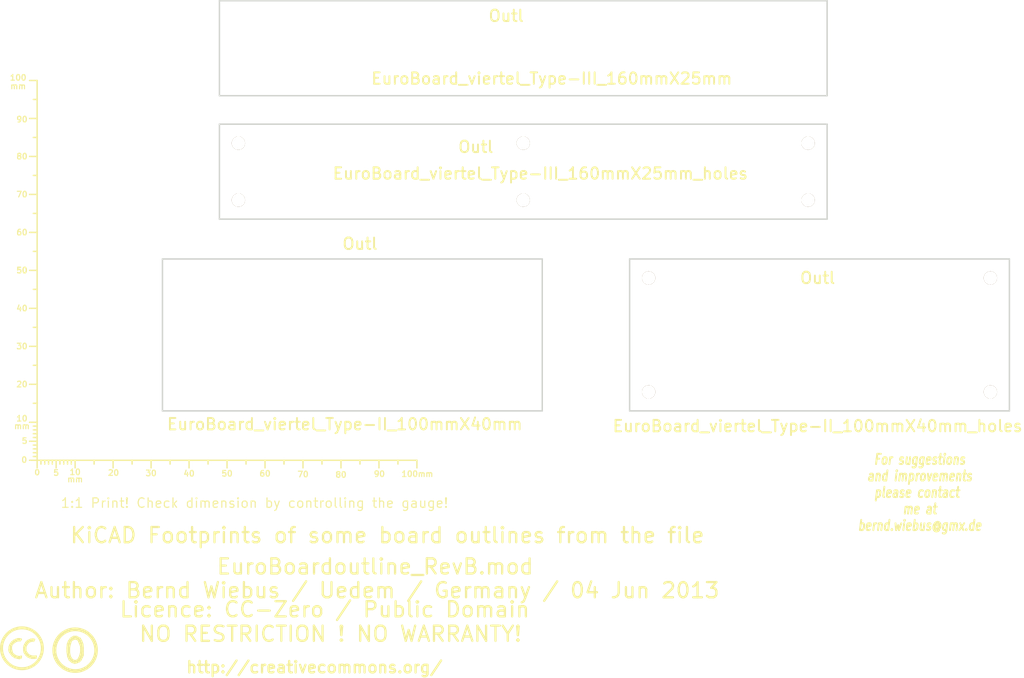
<source format=kicad_pcb>
(kicad_pcb (version 3) (host pcbnew "(2013-03-30 BZR 4007)-stable")

  (general
    (links 0)
    (no_connects 0)
    (area -16.90696 16.554279 307.55739 197.1694)
    (thickness 1.6002)
    (drawings 7)
    (tracks 0)
    (zones 0)
    (modules 7)
    (nets 1)
  )

  (page A4)
  (layers
    (15 Vorderseite signal)
    (0 Rückseite signal)
    (16 B.Adhes user)
    (17 F.Adhes user)
    (18 B.Paste user)
    (19 F.Paste user)
    (20 B.SilkS user)
    (21 F.SilkS user)
    (22 B.Mask user)
    (23 F.Mask user)
    (24 Dwgs.User user)
    (25 Cmts.User user)
    (26 Eco1.User user)
    (27 Eco2.User user)
    (28 Edge.Cuts user)
  )

  (setup
    (last_trace_width 0.2032)
    (trace_clearance 0.254)
    (zone_clearance 0.508)
    (zone_45_only no)
    (trace_min 0.2032)
    (segment_width 0.381)
    (edge_width 0.381)
    (via_size 0.889)
    (via_drill 0.635)
    (via_min_size 0.889)
    (via_min_drill 0.508)
    (uvia_size 0.508)
    (uvia_drill 0.127)
    (uvias_allowed no)
    (uvia_min_size 0.508)
    (uvia_min_drill 0.127)
    (pcb_text_width 0.3048)
    (pcb_text_size 1.524 2.032)
    (mod_edge_width 0.381)
    (mod_text_size 1.524 1.524)
    (mod_text_width 0.3048)
    (pad_size 1.524 1.524)
    (pad_drill 0.8128)
    (pad_to_mask_clearance 0.254)
    (aux_axis_origin 0 0)
    (visible_elements 7FFFFFFF)
    (pcbplotparams
      (layerselection 3178497)
      (usegerberextensions true)
      (excludeedgelayer true)
      (linewidth 60)
      (plotframeref false)
      (viasonmask false)
      (mode 1)
      (useauxorigin false)
      (hpglpennumber 1)
      (hpglpenspeed 20)
      (hpglpendiameter 15)
      (hpglpenoverlay 0)
      (psnegative false)
      (psa4output false)
      (plotreference true)
      (plotvalue true)
      (plotothertext true)
      (plotinvisibletext false)
      (padsonsilk false)
      (subtractmaskfromsilk false)
      (outputformat 1)
      (mirror false)
      (drillshape 1)
      (scaleselection 1)
      (outputdirectory ""))
  )

  (net 0 "")

  (net_class Default "Dies ist die voreingestellte Netzklasse."
    (clearance 0.254)
    (trace_width 0.2032)
    (via_dia 0.889)
    (via_drill 0.635)
    (uvia_dia 0.508)
    (uvia_drill 0.127)
    (add_net "")
  )

  (module Gauge_100mm_Type2_SilkScreenTop_RevA_Date22Jun2010 (layer Vorderseite) (tedit 4D963937) (tstamp 4D88F07A)
    (at 25 138)
    (descr "Gauge, Massstab, 100mm, SilkScreenTop, Type 2,")
    (tags "Gauge, Massstab, 100mm, SilkScreenTop, Type 2,")
    (path Gauge_100mm_Type2_SilkScreenTop_RevA_Date22Jun2010)
    (fp_text reference MSC (at 4.0005 8.99922) (layer F.SilkS) hide
      (effects (font (size 1.524 1.524) (thickness 0.3048)))
    )
    (fp_text value Gauge_100mm_Type2_SilkScreenTop_RevA_Date22Jun2010 (at 45.9994 8.99922) (layer F.SilkS) hide
      (effects (font (size 1.524 1.524) (thickness 0.3048)))
    )
    (fp_text user mm (at 9.99998 5.00126) (layer F.SilkS)
      (effects (font (size 1.524 1.524) (thickness 0.3048)))
    )
    (fp_text user mm (at -4.0005 -8.99922) (layer F.SilkS)
      (effects (font (size 1.524 1.524) (thickness 0.3048)))
    )
    (fp_text user mm (at -5.00126 -98.5012) (layer F.SilkS)
      (effects (font (size 1.524 1.524) (thickness 0.3048)))
    )
    (fp_text user 10 (at 10.00506 3.0988) (layer F.SilkS)
      (effects (font (size 1.50114 1.50114) (thickness 0.29972)))
    )
    (fp_text user 0 (at 0.00508 3.19786) (layer F.SilkS)
      (effects (font (size 1.39954 1.50114) (thickness 0.29972)))
    )
    (fp_text user 5 (at 5.0038 3.29946) (layer F.SilkS)
      (effects (font (size 1.50114 1.50114) (thickness 0.29972)))
    )
    (fp_text user 20 (at 20.1041 3.29946) (layer F.SilkS)
      (effects (font (size 1.50114 1.50114) (thickness 0.29972)))
    )
    (fp_text user 30 (at 30.00502 3.39852) (layer F.SilkS)
      (effects (font (size 1.50114 1.50114) (thickness 0.29972)))
    )
    (fp_text user 40 (at 40.005 3.50012) (layer F.SilkS)
      (effects (font (size 1.50114 1.50114) (thickness 0.29972)))
    )
    (fp_text user 50 (at 50.00498 3.50012) (layer F.SilkS)
      (effects (font (size 1.50114 1.50114) (thickness 0.29972)))
    )
    (fp_text user 60 (at 60.00496 3.50012) (layer F.SilkS)
      (effects (font (size 1.50114 1.50114) (thickness 0.29972)))
    )
    (fp_text user 70 (at 70.00494 3.70078) (layer F.SilkS)
      (effects (font (size 1.50114 1.50114) (thickness 0.29972)))
    )
    (fp_text user 80 (at 80.00492 3.79984) (layer F.SilkS)
      (effects (font (size 1.50114 1.50114) (thickness 0.29972)))
    )
    (fp_text user 90 (at 90.1065 3.60172) (layer F.SilkS)
      (effects (font (size 1.50114 1.50114) (thickness 0.29972)))
    )
    (fp_text user 100mm (at 100.10648 3.60172) (layer F.SilkS)
      (effects (font (size 1.50114 1.50114) (thickness 0.29972)))
    )
    (fp_line (start 0 -8.99922) (end -1.00076 -8.99922) (layer F.SilkS) (width 0.381))
    (fp_line (start 0 -8.001) (end -1.00076 -8.001) (layer F.SilkS) (width 0.381))
    (fp_line (start 0 -7.00024) (end -1.00076 -7.00024) (layer F.SilkS) (width 0.381))
    (fp_line (start 0 -5.99948) (end -1.00076 -5.99948) (layer F.SilkS) (width 0.381))
    (fp_line (start 0 -4.0005) (end -1.00076 -4.0005) (layer F.SilkS) (width 0.381))
    (fp_line (start 0 -2.99974) (end -1.00076 -2.99974) (layer F.SilkS) (width 0.381))
    (fp_line (start 0 -1.99898) (end -1.00076 -1.99898) (layer F.SilkS) (width 0.381))
    (fp_line (start 0 -1.00076) (end -1.00076 -1.00076) (layer F.SilkS) (width 0.381))
    (fp_line (start 0 0) (end -1.99898 0) (layer F.SilkS) (width 0.381))
    (fp_line (start 0 -5.00126) (end -1.99898 -5.00126) (layer F.SilkS) (width 0.381))
    (fp_line (start 0 -9.99998) (end -1.99898 -9.99998) (layer F.SilkS) (width 0.381))
    (fp_line (start 0 -15.00124) (end -1.00076 -15.00124) (layer F.SilkS) (width 0.381))
    (fp_line (start 0 -19.99996) (end -1.99898 -19.99996) (layer F.SilkS) (width 0.381))
    (fp_line (start 0 -25.00122) (end -1.00076 -25.00122) (layer F.SilkS) (width 0.381))
    (fp_line (start 0 -29.99994) (end -1.99898 -29.99994) (layer F.SilkS) (width 0.381))
    (fp_line (start 0 -35.0012) (end -1.00076 -35.0012) (layer F.SilkS) (width 0.381))
    (fp_line (start 0 -39.99992) (end -1.99898 -39.99992) (layer F.SilkS) (width 0.381))
    (fp_line (start 0 -45.00118) (end -1.00076 -45.00118) (layer F.SilkS) (width 0.381))
    (fp_line (start 0 -49.9999) (end -1.99898 -49.9999) (layer F.SilkS) (width 0.381))
    (fp_line (start 0 -55.00116) (end -1.00076 -55.00116) (layer F.SilkS) (width 0.381))
    (fp_line (start 0 -59.99988) (end -1.99898 -59.99988) (layer F.SilkS) (width 0.381))
    (fp_line (start 0 -65.00114) (end -1.00076 -65.00114) (layer F.SilkS) (width 0.381))
    (fp_line (start 0 -69.99986) (end -1.99898 -69.99986) (layer F.SilkS) (width 0.381))
    (fp_line (start 0 -75.00112) (end -1.00076 -75.00112) (layer F.SilkS) (width 0.381))
    (fp_line (start 0 -79.99984) (end -1.99898 -79.99984) (layer F.SilkS) (width 0.381))
    (fp_line (start 0 -85.0011) (end -1.00076 -85.0011) (layer F.SilkS) (width 0.381))
    (fp_line (start 0 -89.99982) (end -1.99898 -89.99982) (layer F.SilkS) (width 0.381))
    (fp_line (start 0 -95.00108) (end -1.00076 -95.00108) (layer F.SilkS) (width 0.381))
    (fp_line (start 0 0) (end 0 -99.9998) (layer F.SilkS) (width 0.381))
    (fp_line (start 0 -99.9998) (end -1.99898 -99.9998) (layer F.SilkS) (width 0.381))
    (fp_text user 100 (at -4.99872 -100.7491) (layer F.SilkS)
      (effects (font (size 1.50114 1.50114) (thickness 0.29972)))
    )
    (fp_text user 90 (at -4.0005 -89.7509) (layer F.SilkS)
      (effects (font (size 1.50114 1.50114) (thickness 0.29972)))
    )
    (fp_text user 80 (at -4.0005 -79.99984) (layer F.SilkS)
      (effects (font (size 1.50114 1.50114) (thickness 0.29972)))
    )
    (fp_text user 70 (at -4.0005 -69.99986) (layer F.SilkS)
      (effects (font (size 1.50114 1.50114) (thickness 0.29972)))
    )
    (fp_text user 60 (at -4.0005 -59.99988) (layer F.SilkS)
      (effects (font (size 1.50114 1.50114) (thickness 0.29972)))
    )
    (fp_text user 50 (at -4.0005 -49.9999) (layer F.SilkS)
      (effects (font (size 1.50114 1.50114) (thickness 0.34036)))
    )
    (fp_text user 40 (at -4.0005 -39.99992) (layer F.SilkS)
      (effects (font (size 1.50114 1.50114) (thickness 0.29972)))
    )
    (fp_text user 30 (at -4.0005 -29.99994) (layer F.SilkS)
      (effects (font (size 1.50114 1.50114) (thickness 0.29972)))
    )
    (fp_text user 20 (at -4.0005 -19.99996) (layer F.SilkS)
      (effects (font (size 1.50114 1.50114) (thickness 0.29972)))
    )
    (fp_line (start 95.00108 0) (end 95.00108 1.00076) (layer F.SilkS) (width 0.381))
    (fp_line (start 89.99982 0) (end 89.99982 1.99898) (layer F.SilkS) (width 0.381))
    (fp_line (start 85.0011 0) (end 85.0011 1.00076) (layer F.SilkS) (width 0.381))
    (fp_line (start 79.99984 0) (end 79.99984 1.99898) (layer F.SilkS) (width 0.381))
    (fp_line (start 75.00112 0) (end 75.00112 1.00076) (layer F.SilkS) (width 0.381))
    (fp_line (start 69.99986 0) (end 69.99986 1.99898) (layer F.SilkS) (width 0.381))
    (fp_line (start 65.00114 0) (end 65.00114 1.00076) (layer F.SilkS) (width 0.381))
    (fp_line (start 59.99988 0) (end 59.99988 1.99898) (layer F.SilkS) (width 0.381))
    (fp_line (start 55.00116 0) (end 55.00116 1.00076) (layer F.SilkS) (width 0.381))
    (fp_line (start 49.9999 0) (end 49.9999 1.99898) (layer F.SilkS) (width 0.381))
    (fp_line (start 45.00118 0) (end 45.00118 1.00076) (layer F.SilkS) (width 0.381))
    (fp_line (start 39.99992 0) (end 39.99992 1.99898) (layer F.SilkS) (width 0.381))
    (fp_line (start 35.0012 0) (end 35.0012 1.00076) (layer F.SilkS) (width 0.381))
    (fp_line (start 29.99994 0) (end 29.99994 1.99898) (layer F.SilkS) (width 0.381))
    (fp_line (start 25.00122 0) (end 25.00122 1.00076) (layer F.SilkS) (width 0.381))
    (fp_line (start 19.99996 0) (end 19.99996 1.99898) (layer F.SilkS) (width 0.381))
    (fp_line (start 15.00124 0) (end 15.00124 1.00076) (layer F.SilkS) (width 0.381))
    (fp_line (start 9.99998 0) (end 99.9998 0) (layer F.SilkS) (width 0.381))
    (fp_line (start 99.9998 0) (end 99.9998 1.99898) (layer F.SilkS) (width 0.381))
    (fp_text user 5 (at -3.302 -5.10286) (layer F.SilkS)
      (effects (font (size 1.50114 1.50114) (thickness 0.29972)))
    )
    (fp_text user 0 (at -3.4036 -0.10414) (layer F.SilkS)
      (effects (font (size 1.50114 1.50114) (thickness 0.29972)))
    )
    (fp_text user 10 (at -4.0005 -11.00074) (layer F.SilkS)
      (effects (font (size 1.50114 1.50114) (thickness 0.29972)))
    )
    (fp_line (start 8.99922 0) (end 8.99922 1.00076) (layer F.SilkS) (width 0.381))
    (fp_line (start 8.001 0) (end 8.001 1.00076) (layer F.SilkS) (width 0.381))
    (fp_line (start 7.00024 0) (end 7.00024 1.00076) (layer F.SilkS) (width 0.381))
    (fp_line (start 5.99948 0) (end 5.99948 1.00076) (layer F.SilkS) (width 0.381))
    (fp_line (start 4.0005 0) (end 4.0005 1.00076) (layer F.SilkS) (width 0.381))
    (fp_line (start 2.99974 0) (end 2.99974 1.00076) (layer F.SilkS) (width 0.381))
    (fp_line (start 1.99898 0) (end 1.99898 1.00076) (layer F.SilkS) (width 0.381))
    (fp_line (start 1.00076 0) (end 1.00076 1.00076) (layer F.SilkS) (width 0.381))
    (fp_line (start 5.00126 0) (end 5.00126 1.99898) (layer F.SilkS) (width 0.381))
    (fp_line (start 0 0) (end 0 1.99898) (layer F.SilkS) (width 0.381))
    (fp_line (start 0 0) (end 9.99998 0) (layer F.SilkS) (width 0.381))
    (fp_line (start 9.99998 0) (end 9.99998 1.99898) (layer F.SilkS) (width 0.381))
  )

  (module Symbol_CC-PublicDomain_SilkScreenTop_Big (layer Vorderseite) (tedit 515D641F) (tstamp 515F0B64)
    (at 35 188)
    (descr "Symbol, CC-PublicDomain, SilkScreen Top, Big,")
    (tags "Symbol, CC-PublicDomain, SilkScreen Top, Big,")
    (path Symbol_CC-Noncommercial_CopperTop_Big)
    (fp_text reference Sym (at 0.59944 -7.29996) (layer F.SilkS) hide
      (effects (font (size 1.524 1.524) (thickness 0.3048)))
    )
    (fp_text value Symbol_CC-PublicDomain_SilkScreenTop_Big (at 0.59944 8.001) (layer F.SilkS) hide
      (effects (font (size 1.524 1.524) (thickness 0.3048)))
    )
    (fp_circle (center 0 0) (end 5.8 -0.05) (layer F.SilkS) (width 0.381))
    (fp_circle (center 0 0) (end 5.5 0) (layer F.SilkS) (width 0.381))
    (fp_circle (center 0.05 0) (end 5.25 0) (layer F.SilkS) (width 0.381))
    (fp_line (start 1.1 -2.5) (end 1.4 -1.9) (layer F.SilkS) (width 0.381))
    (fp_line (start -1.8 1.2) (end -1.6 1.9) (layer F.SilkS) (width 0.381))
    (fp_line (start -1.6 1.9) (end -1.2 2.5) (layer F.SilkS) (width 0.381))
    (fp_line (start 0 -3) (end 0.75 -2.75) (layer F.SilkS) (width 0.381))
    (fp_line (start 0.75 -2.75) (end 1 -2.25) (layer F.SilkS) (width 0.381))
    (fp_line (start 1 -2.25) (end 1.5 -1) (layer F.SilkS) (width 0.381))
    (fp_line (start 1.5 -1) (end 1.5 -0.5) (layer F.SilkS) (width 0.381))
    (fp_line (start 1.5 -0.5) (end 1.5 0.5) (layer F.SilkS) (width 0.381))
    (fp_line (start 1.5 0.5) (end 1.25 1.5) (layer F.SilkS) (width 0.381))
    (fp_line (start 1.25 1.5) (end 0.75 2.5) (layer F.SilkS) (width 0.381))
    (fp_line (start 0.75 2.5) (end 0.25 2.75) (layer F.SilkS) (width 0.381))
    (fp_line (start 0.25 2.75) (end -0.25 2.75) (layer F.SilkS) (width 0.381))
    (fp_line (start -0.25 2.75) (end -0.75 2.5) (layer F.SilkS) (width 0.381))
    (fp_line (start -0.75 2.5) (end -1.25 1.75) (layer F.SilkS) (width 0.381))
    (fp_line (start -1.25 1.75) (end -1.5 0.75) (layer F.SilkS) (width 0.381))
    (fp_line (start -1.5 0.75) (end -1.5 -0.75) (layer F.SilkS) (width 0.381))
    (fp_line (start -1.5 -0.75) (end -1.25 -1.75) (layer F.SilkS) (width 0.381))
    (fp_line (start -1.25 -1.75) (end -1 -2.5) (layer F.SilkS) (width 0.381))
    (fp_line (start -1 -2.5) (end -0.3 -2.9) (layer F.SilkS) (width 0.381))
    (fp_line (start -0.3 -2.9) (end 0.2 -3) (layer F.SilkS) (width 0.381))
    (fp_line (start 0.2 -3) (end 0.8 -3) (layer F.SilkS) (width 0.381))
    (fp_line (start 0.8 -3) (end 1.4 -2.3) (layer F.SilkS) (width 0.381))
    (fp_line (start 1.4 -2.3) (end 1.6 -1.4) (layer F.SilkS) (width 0.381))
    (fp_line (start 1.6 -1.4) (end 1.7 -0.3) (layer F.SilkS) (width 0.381))
    (fp_line (start 1.7 -0.3) (end 1.7 0.9) (layer F.SilkS) (width 0.381))
    (fp_line (start 1.7 0.9) (end 1.4 1.8) (layer F.SilkS) (width 0.381))
    (fp_line (start 1.4 1.8) (end 1 2.7) (layer F.SilkS) (width 0.381))
    (fp_line (start 1 2.7) (end 0.5 3) (layer F.SilkS) (width 0.381))
    (fp_line (start 0.5 3) (end -0.4 3) (layer F.SilkS) (width 0.381))
    (fp_line (start -0.4 3) (end -1.3 2.3) (layer F.SilkS) (width 0.381))
    (fp_line (start -1.3 2.3) (end -1.7 1) (layer F.SilkS) (width 0.381))
    (fp_line (start -1.7 1) (end -1.8 -0.7) (layer F.SilkS) (width 0.381))
    (fp_line (start -1.8 -0.7) (end -1.4 -2.2) (layer F.SilkS) (width 0.381))
    (fp_line (start -1.4 -2.2) (end -1 -2.9) (layer F.SilkS) (width 0.381))
    (fp_line (start -1 -2.9) (end -0.2 -3.3) (layer F.SilkS) (width 0.381))
    (fp_line (start -0.2 -3.3) (end 0.7 -3.2) (layer F.SilkS) (width 0.381))
    (fp_line (start 0.7 -3.2) (end 1.3 -3.1) (layer F.SilkS) (width 0.381))
    (fp_line (start 1.3 -3.1) (end 1.7 -2.4) (layer F.SilkS) (width 0.381))
    (fp_line (start 1.7 -2.4) (end 2 -1.6) (layer F.SilkS) (width 0.381))
    (fp_line (start 2 -1.6) (end 2.1 -0.6) (layer F.SilkS) (width 0.381))
    (fp_line (start 2.1 -0.6) (end 2.1 0.3) (layer F.SilkS) (width 0.381))
    (fp_line (start 2.1 0.3) (end 2.1 1.3) (layer F.SilkS) (width 0.381))
    (fp_line (start 2.1 1.3) (end 1.9 1.8) (layer F.SilkS) (width 0.381))
    (fp_line (start 1.9 1.8) (end 1.5 2.6) (layer F.SilkS) (width 0.381))
    (fp_line (start 1.5 2.6) (end 1.1 3) (layer F.SilkS) (width 0.381))
    (fp_line (start 1.1 3) (end 0.4 3.3) (layer F.SilkS) (width 0.381))
    (fp_line (start 0.4 3.3) (end -0.1 3.4) (layer F.SilkS) (width 0.381))
    (fp_line (start -0.1 3.4) (end -0.8 3.2) (layer F.SilkS) (width 0.381))
    (fp_line (start -0.8 3.2) (end -1.5 2.6) (layer F.SilkS) (width 0.381))
    (fp_line (start -1.5 2.6) (end -1.9 1.7) (layer F.SilkS) (width 0.381))
    (fp_line (start -1.9 1.7) (end -2.1 0.4) (layer F.SilkS) (width 0.381))
    (fp_line (start -2.1 0.4) (end -2.1 -0.6) (layer F.SilkS) (width 0.381))
    (fp_line (start -2.1 -0.6) (end -2 -1.6) (layer F.SilkS) (width 0.381))
    (fp_line (start -2 -1.6) (end -1.7 -2.4) (layer F.SilkS) (width 0.381))
    (fp_line (start -1.7 -2.4) (end -1.2 -3.1) (layer F.SilkS) (width 0.381))
    (fp_line (start -1.2 -3.1) (end -0.4 -3.6) (layer F.SilkS) (width 0.381))
    (fp_line (start -0.4 -3.6) (end 0.4 -3.6) (layer F.SilkS) (width 0.381))
    (fp_line (start 0.4 -3.6) (end 1.1 -3.2) (layer F.SilkS) (width 0.381))
    (fp_line (start 1.1 -3.2) (end 1.1 -2.9) (layer F.SilkS) (width 0.381))
    (fp_line (start 1.1 -2.9) (end 1.8 -1.5) (layer F.SilkS) (width 0.381))
    (fp_line (start 1.8 -1.5) (end 1.8 -0.4) (layer F.SilkS) (width 0.381))
    (fp_line (start 1.8 -0.4) (end 1.8 1.1) (layer F.SilkS) (width 0.381))
    (fp_line (start 1.8 1.1) (end 1.2 2.6) (layer F.SilkS) (width 0.381))
    (fp_line (start 1.2 2.6) (end 0.2 3.2) (layer F.SilkS) (width 0.381))
    (fp_line (start 0.2 3.2) (end -0.5 3.2) (layer F.SilkS) (width 0.381))
    (fp_line (start -0.5 3.2) (end -1.1 2.7) (layer F.SilkS) (width 0.381))
    (fp_line (start -1.1 2.7) (end -1.9 0.6) (layer F.SilkS) (width 0.381))
    (fp_line (start -1.9 0.6) (end -1.7 -1.9) (layer F.SilkS) (width 0.381))
  )

  (module Symbol_CreativeCommons_SilkScreenTop_Type2_Big (layer Vorderseite) (tedit 515D640C) (tstamp 515F46B2)
    (at 21 187.5)
    (descr "Symbol, Creative Commons, SilkScreen Top, Type 2, Big,")
    (tags "Symbol, Creative Commons, SilkScreen Top, Type 2, Big,")
    (path Symbol_CreativeCommons_CopperTop_Type2_Big)
    (fp_text reference Sym (at 0.59944 -7.29996) (layer F.SilkS) hide
      (effects (font (size 1.524 1.524) (thickness 0.3048)))
    )
    (fp_text value Symbol_CreativeCommons_Typ2_SilkScreenTop_Big (at 0.59944 8.001) (layer F.SilkS) hide
      (effects (font (size 1.524 1.524) (thickness 0.3048)))
    )
    (fp_line (start -0.70104 2.70002) (end -0.29972 2.60096) (layer F.SilkS) (width 0.381))
    (fp_line (start -0.29972 2.60096) (end -0.20066 2.10058) (layer F.SilkS) (width 0.381))
    (fp_line (start -2.49936 -1.69926) (end -2.70002 -1.6002) (layer F.SilkS) (width 0.381))
    (fp_line (start -2.70002 -1.6002) (end -3.0988 -1.00076) (layer F.SilkS) (width 0.381))
    (fp_line (start -3.0988 -1.00076) (end -3.29946 -0.50038) (layer F.SilkS) (width 0.381))
    (fp_line (start -3.29946 -0.50038) (end -3.40106 0.39878) (layer F.SilkS) (width 0.381))
    (fp_line (start -3.40106 0.39878) (end -3.29946 0.89916) (layer F.SilkS) (width 0.381))
    (fp_line (start -0.19812 2.4003) (end -0.29718 2.59842) (layer F.SilkS) (width 0.381))
    (fp_line (start 3.70078 2.10058) (end 3.79984 2.4003) (layer F.SilkS) (width 0.381))
    (fp_line (start 2.99974 -2.4003) (end 3.29946 -2.30124) (layer F.SilkS) (width 0.381))
    (fp_line (start 3.29946 -2.30124) (end 3.0988 -1.99898) (layer F.SilkS) (width 0.381))
    (fp_line (start 0 -5.40004) (end -0.50038 -5.40004) (layer F.SilkS) (width 0.381))
    (fp_line (start -0.50038 -5.40004) (end -1.30048 -5.10032) (layer F.SilkS) (width 0.381))
    (fp_line (start -1.30048 -5.10032) (end -1.99898 -4.89966) (layer F.SilkS) (width 0.381))
    (fp_line (start -1.99898 -4.89966) (end -2.70002 -4.699) (layer F.SilkS) (width 0.381))
    (fp_line (start -2.70002 -4.699) (end -3.29946 -4.20116) (layer F.SilkS) (width 0.381))
    (fp_line (start -3.29946 -4.20116) (end -4.0005 -3.59918) (layer F.SilkS) (width 0.381))
    (fp_line (start -4.0005 -3.59918) (end -4.50088 -2.99974) (layer F.SilkS) (width 0.381))
    (fp_line (start -4.50088 -2.99974) (end -5.00126 -2.10058) (layer F.SilkS) (width 0.381))
    (fp_line (start -5.00126 -2.10058) (end -5.30098 -1.09982) (layer F.SilkS) (width 0.381))
    (fp_line (start -5.30098 -1.09982) (end -5.40004 0.09906) (layer F.SilkS) (width 0.381))
    (fp_line (start -5.40004 0.09906) (end -5.19938 1.30048) (layer F.SilkS) (width 0.381))
    (fp_line (start -5.19938 1.30048) (end -4.8006 2.4003) (layer F.SilkS) (width 0.381))
    (fp_line (start -4.8006 2.4003) (end -3.79984 3.8989) (layer F.SilkS) (width 0.381))
    (fp_line (start -3.79984 3.8989) (end -2.60096 4.8006) (layer F.SilkS) (width 0.381))
    (fp_line (start -2.60096 4.8006) (end -1.30048 5.30098) (layer F.SilkS) (width 0.381))
    (fp_line (start -1.30048 5.30098) (end 0.09906 5.30098) (layer F.SilkS) (width 0.381))
    (fp_line (start 0.09906 5.30098) (end 1.6002 5.19938) (layer F.SilkS) (width 0.381))
    (fp_line (start 1.6002 5.19938) (end 2.60096 4.699) (layer F.SilkS) (width 0.381))
    (fp_line (start 2.60096 4.699) (end 4.20116 3.40106) (layer F.SilkS) (width 0.381))
    (fp_line (start 4.20116 3.40106) (end 5.00126 1.80086) (layer F.SilkS) (width 0.381))
    (fp_line (start 5.00126 1.80086) (end 5.40004 0.29972) (layer F.SilkS) (width 0.381))
    (fp_line (start 5.40004 0.29972) (end 5.19938 -1.39954) (layer F.SilkS) (width 0.381))
    (fp_line (start 5.19938 -1.39954) (end 4.699 -2.49936) (layer F.SilkS) (width 0.381))
    (fp_line (start 4.699 -2.49936) (end 3.40106 -4.09956) (layer F.SilkS) (width 0.381))
    (fp_line (start 3.40106 -4.09956) (end 2.4003 -4.8006) (layer F.SilkS) (width 0.381))
    (fp_line (start 2.4003 -4.8006) (end 1.39954 -5.19938) (layer F.SilkS) (width 0.381))
    (fp_line (start 1.39954 -5.19938) (end 0 -5.30098) (layer F.SilkS) (width 0.381))
    (fp_line (start 0.60198 -0.70104) (end 0.50292 -0.20066) (layer F.SilkS) (width 0.381))
    (fp_line (start 0.50292 -0.20066) (end 0.50292 0.49784) (layer F.SilkS) (width 0.381))
    (fp_line (start 0.50292 0.49784) (end 0.60198 1.09982) (layer F.SilkS) (width 0.381))
    (fp_line (start 0.60198 1.09982) (end 1.00076 1.69926) (layer F.SilkS) (width 0.381))
    (fp_line (start 1.00076 1.69926) (end 1.50114 2.19964) (layer F.SilkS) (width 0.381))
    (fp_line (start 1.50114 2.19964) (end 2.10058 2.49936) (layer F.SilkS) (width 0.381))
    (fp_line (start 2.10058 2.49936) (end 2.60096 2.59842) (layer F.SilkS) (width 0.381))
    (fp_line (start 2.60096 2.59842) (end 3.00228 2.59842) (layer F.SilkS) (width 0.381))
    (fp_line (start 3.00228 2.59842) (end 3.40106 2.59842) (layer F.SilkS) (width 0.381))
    (fp_line (start 3.40106 2.59842) (end 3.80238 2.49936) (layer F.SilkS) (width 0.381))
    (fp_line (start 3.80238 2.49936) (end 3.70078 2.2987) (layer F.SilkS) (width 0.381))
    (fp_line (start 3.70078 2.2987) (end 2.80162 2.4003) (layer F.SilkS) (width 0.381))
    (fp_line (start 2.80162 2.4003) (end 1.80086 2.09804) (layer F.SilkS) (width 0.381))
    (fp_line (start 1.80086 2.09804) (end 1.20142 1.6002) (layer F.SilkS) (width 0.381))
    (fp_line (start 1.20142 1.6002) (end 0.80264 0.6985) (layer F.SilkS) (width 0.381))
    (fp_line (start 0.80264 0.6985) (end 0.70104 -0.29972) (layer F.SilkS) (width 0.381))
    (fp_line (start 0.70104 -0.29972) (end 1.00076 -1.00076) (layer F.SilkS) (width 0.381))
    (fp_line (start 1.00076 -1.00076) (end 1.60274 -1.7018) (layer F.SilkS) (width 0.381))
    (fp_line (start 1.60274 -1.7018) (end 2.30124 -2.10058) (layer F.SilkS) (width 0.381))
    (fp_line (start 2.30124 -2.10058) (end 3.00228 -2.10058) (layer F.SilkS) (width 0.381))
    (fp_line (start 3.00228 -2.10058) (end 3.10134 -1.89992) (layer F.SilkS) (width 0.381))
    (fp_line (start 3.10134 -1.89992) (end 2.5019 -1.89992) (layer F.SilkS) (width 0.381))
    (fp_line (start 2.5019 -1.89992) (end 1.80086 -1.6002) (layer F.SilkS) (width 0.381))
    (fp_line (start 1.80086 -1.6002) (end 1.30048 -1.00076) (layer F.SilkS) (width 0.381))
    (fp_line (start 1.30048 -1.00076) (end 1.00076 -0.40132) (layer F.SilkS) (width 0.381))
    (fp_line (start 1.00076 -0.40132) (end 1.00076 0.09906) (layer F.SilkS) (width 0.381))
    (fp_line (start 1.00076 0.09906) (end 1.00076 0.6985) (layer F.SilkS) (width 0.381))
    (fp_line (start 1.00076 0.6985) (end 1.30048 1.19888) (layer F.SilkS) (width 0.381))
    (fp_line (start 1.30048 1.19888) (end 1.7018 1.69926) (layer F.SilkS) (width 0.381))
    (fp_line (start 1.7018 1.69926) (end 2.30124 1.99898) (layer F.SilkS) (width 0.381))
    (fp_line (start 2.30124 1.99898) (end 2.90068 2.09804) (layer F.SilkS) (width 0.381))
    (fp_line (start 2.90068 2.09804) (end 3.40106 2.09804) (layer F.SilkS) (width 0.381))
    (fp_line (start 3.40106 2.09804) (end 3.70078 1.99898) (layer F.SilkS) (width 0.381))
    (fp_line (start 3.00228 -2.4003) (end 2.40284 -2.4003) (layer F.SilkS) (width 0.381))
    (fp_line (start 2.40284 -2.4003) (end 2.00152 -2.20218) (layer F.SilkS) (width 0.381))
    (fp_line (start 2.00152 -2.20218) (end 1.50114 -2.00152) (layer F.SilkS) (width 0.381))
    (fp_line (start 1.50114 -2.00152) (end 1.10236 -1.6002) (layer F.SilkS) (width 0.381))
    (fp_line (start 1.10236 -1.6002) (end 0.80264 -1.09982) (layer F.SilkS) (width 0.381))
    (fp_line (start 0.80264 -1.09982) (end 0.60198 -0.70104) (layer F.SilkS) (width 0.381))
    (fp_line (start -0.39878 -1.99898) (end -0.89916 -1.99898) (layer F.SilkS) (width 0.381))
    (fp_line (start -0.89916 -1.99898) (end -1.39954 -1.89738) (layer F.SilkS) (width 0.381))
    (fp_line (start -1.39954 -1.89738) (end -1.89992 -1.59766) (layer F.SilkS) (width 0.381))
    (fp_line (start -1.89992 -1.59766) (end -2.4003 -1.19888) (layer F.SilkS) (width 0.381))
    (fp_line (start -2.4003 -1.30048) (end -2.70002 -0.8001) (layer F.SilkS) (width 0.381))
    (fp_line (start -2.70002 -0.8001) (end -2.79908 -0.29972) (layer F.SilkS) (width 0.381))
    (fp_line (start -2.79908 -0.29972) (end -2.79908 0.20066) (layer F.SilkS) (width 0.381))
    (fp_line (start -2.79908 0.20066) (end -2.59842 1.00076) (layer F.SilkS) (width 0.381))
    (fp_line (start -2.69748 1.00076) (end -2.39776 1.39954) (layer F.SilkS) (width 0.381))
    (fp_line (start -2.29616 1.4986) (end -1.79578 1.89992) (layer F.SilkS) (width 0.381))
    (fp_line (start -1.79578 1.89992) (end -1.29794 2.09804) (layer F.SilkS) (width 0.381))
    (fp_line (start -1.29794 2.09804) (end -0.89662 2.19964) (layer F.SilkS) (width 0.381))
    (fp_line (start -0.89662 2.19964) (end -0.49784 2.19964) (layer F.SilkS) (width 0.381))
    (fp_line (start -0.49784 2.19964) (end -0.19812 2.09804) (layer F.SilkS) (width 0.381))
    (fp_line (start -0.19812 2.09804) (end -0.29718 2.4003) (layer F.SilkS) (width 0.381))
    (fp_line (start -0.29718 2.4003) (end -0.89662 2.49936) (layer F.SilkS) (width 0.381))
    (fp_line (start -0.89662 2.49936) (end -1.59766 2.2987) (layer F.SilkS) (width 0.381))
    (fp_line (start -1.59766 2.2987) (end -2.29616 1.79832) (layer F.SilkS) (width 0.381))
    (fp_line (start -2.29616 1.79832) (end -2.79654 1.29794) (layer F.SilkS) (width 0.381))
    (fp_line (start -2.79908 1.39954) (end -2.99974 0.70104) (layer F.SilkS) (width 0.381))
    (fp_line (start -2.99974 0.70104) (end -3.0988 0) (layer F.SilkS) (width 0.381))
    (fp_line (start -3.0988 0) (end -2.99974 -0.59944) (layer F.SilkS) (width 0.381))
    (fp_line (start -2.99974 -0.8001) (end -2.70002 -1.30048) (layer F.SilkS) (width 0.381))
    (fp_line (start -2.70002 -1.09982) (end -2.19964 -1.6002) (layer F.SilkS) (width 0.381))
    (fp_line (start -2.19964 -1.69926) (end -1.69926 -1.99898) (layer F.SilkS) (width 0.381))
    (fp_line (start -1.69926 -1.99898) (end -1.19888 -2.19964) (layer F.SilkS) (width 0.381))
    (fp_line (start -1.19888 -2.19964) (end -0.6985 -2.19964) (layer F.SilkS) (width 0.381))
    (fp_line (start -0.6985 -2.19964) (end -0.29972 -2.19964) (layer F.SilkS) (width 0.381))
    (fp_line (start -0.29972 -2.19964) (end -0.20066 -2.39776) (layer F.SilkS) (width 0.381))
    (fp_line (start -0.20066 -2.39776) (end -0.59944 -2.49936) (layer F.SilkS) (width 0.381))
    (fp_line (start -0.59944 -2.49936) (end -1.00076 -2.49936) (layer F.SilkS) (width 0.381))
    (fp_line (start -1.00076 -2.49936) (end -1.4986 -2.39776) (layer F.SilkS) (width 0.381))
    (fp_line (start -1.4986 -2.39776) (end -2.10058 -2.09804) (layer F.SilkS) (width 0.381))
    (fp_line (start -2.10058 -2.09804) (end -2.59842 -1.69926) (layer F.SilkS) (width 0.381))
    (fp_line (start -2.59842 -1.6002) (end -3.0988 -0.89916) (layer F.SilkS) (width 0.381))
    (fp_line (start -3.0988 -0.89916) (end -3.29946 -0.29972) (layer F.SilkS) (width 0.381))
    (fp_line (start -3.29946 -0.29972) (end -3.29946 0.40132) (layer F.SilkS) (width 0.381))
    (fp_line (start -3.29946 0.40132) (end -3.2004 1.00076) (layer F.SilkS) (width 0.381))
    (fp_line (start -3.29946 0.8001) (end -2.99974 1.39954) (layer F.SilkS) (width 0.381))
    (fp_line (start -2.89814 1.4986) (end -2.49682 1.99898) (layer F.SilkS) (width 0.381))
    (fp_line (start -2.49682 1.99898) (end -1.89738 2.4003) (layer F.SilkS) (width 0.381))
    (fp_line (start -1.89738 2.4003) (end -1.19634 2.59842) (layer F.SilkS) (width 0.381))
    (fp_line (start -1.19634 2.59842) (end -0.69596 2.70002) (layer F.SilkS) (width 0.381))
    (fp_line (start -2.9972 1.19888) (end -2.59842 1.19888) (layer F.SilkS) (width 0.381))
    (fp_circle (center 0 0) (end 5.08 1.016) (layer F.SilkS) (width 0.381))
    (fp_circle (center 0 0) (end 5.588 0) (layer F.SilkS) (width 0.381))
  )

  (module EuroBoard_viertel_Type-III_160mmX25mm (layer Vorderseite) (tedit 51AE1BED) (tstamp 51AE265C)
    (at 73 42)
    (descr "Outline, Eurocard 1/4, Type III,  160x25mm,")
    (tags "Outline, Eurocard 1/4, Type III, 160x25mm,")
    (fp_text reference Outl (at 75.5 -21) (layer F.SilkS)
      (effects (font (size 2.99974 2.99974) (thickness 0.50038)))
    )
    (fp_text value EuroBoard_viertel_Type-III_160mmX25mm (at 87.5 -4.5) (layer F.SilkS)
      (effects (font (size 3.00228 3.00228) (thickness 0.50038)))
    )
    (fp_line (start 0 0) (end 159.99968 0) (layer Edge.Cuts) (width 0.381))
    (fp_line (start 159.99968 0) (end 159.99968 -25.00122) (layer Edge.Cuts) (width 0.381))
    (fp_line (start 159.99968 -25.00122) (end 0 -25.00122) (layer Edge.Cuts) (width 0.381))
    (fp_line (start 0 -25.00122) (end 0 0) (layer Edge.Cuts) (width 0.381))
  )

  (module EuroBoard_viertel_Type-III_160mmX25mm_holes (layer Vorderseite) (tedit 51AE1C00) (tstamp 51AE2729)
    (at 73 74.5)
    (descr "Outline, Eurocard 1/4, Type III,  160x25mm, with holes 3,5mm,")
    (tags "Outline, Eurocard 1/4, Type III, 160x25mm, with holes 3,5mm,")
    (fp_text reference Outl (at 67.5 -19) (layer F.SilkS)
      (effects (font (size 2.99974 2.99974) (thickness 0.50038)))
    )
    (fp_text value EuroBoard_viertel_Type-III_160mmX25mm_holes (at 84.5 -12) (layer F.SilkS)
      (effects (font (size 3.00228 3.00228) (thickness 0.50038)))
    )
    (fp_line (start 0 0) (end 159.99968 0) (layer Edge.Cuts) (width 0.381))
    (fp_line (start 159.99968 0) (end 159.99968 -25.00122) (layer Edge.Cuts) (width 0.381))
    (fp_line (start 159.99968 -25.00122) (end 0 -25.00122) (layer Edge.Cuts) (width 0.381))
    (fp_line (start 0 -25.00122) (end 0 0) (layer Edge.Cuts) (width 0.381))
    (pad 1 thru_hole circle (at 5.00126 -5.00126) (size 3.50012 3.50012) (drill 3.50012)
      (layers *.Cu *.Mask F.SilkS)
    )
    (pad 2 thru_hole circle (at 5.00126 -19.99996) (size 3.50012 3.50012) (drill 3.50012)
      (layers *.Cu *.Mask F.SilkS)
    )
    (pad 3 thru_hole circle (at 79.99984 -19.99996) (size 3.50012 3.50012) (drill 3.50012)
      (layers *.Cu *.Mask F.SilkS)
    )
    (pad 4 thru_hole circle (at 155.00096 -19.99996) (size 3.50012 3.50012) (drill 3.50012)
      (layers *.Cu *.Mask F.SilkS)
    )
    (pad 5 thru_hole circle (at 155.00096 -5.00126) (size 3.50012 3.50012) (drill 3.50012)
      (layers *.Cu *.Mask F.SilkS)
    )
    (pad 6 thru_hole circle (at 79.99984 -5.00126) (size 3.50012 3.50012) (drill 3.50012)
      (layers *.Cu *.Mask F.SilkS)
    )
  )

  (module EuroBoard_viertel_Type-II_100mmX40mm (layer Vorderseite) (tedit 51AE1C3F) (tstamp 51AE27F6)
    (at 58 125)
    (descr "Outline, Eurocard 1/4, Type I, 100x40mm,")
    (tags "Outline, Eurocard 1/4, Type II, 100x40mm,")
    (fp_text reference Outl (at 51.99888 -44.00042) (layer F.SilkS)
      (effects (font (size 2.99974 2.99974) (thickness 0.50038)))
    )
    (fp_text value EuroBoard_viertel_Type-II_100mmX40mm (at 48 3.5) (layer F.SilkS)
      (effects (font (size 3.00228 3.00228) (thickness 0.50038)))
    )
    (fp_line (start 0 0) (end 99.9998 0) (layer Edge.Cuts) (width 0.381))
    (fp_line (start 99.9998 0) (end 99.9998 -39.99992) (layer Edge.Cuts) (width 0.381))
    (fp_line (start 99.9998 -39.99992) (end 0 -39.99992) (layer Edge.Cuts) (width 0.381))
    (fp_line (start 0 -39.99992) (end 0 0) (layer Edge.Cuts) (width 0.381))
  )

  (module EuroBoard_viertel_Type-II_100mmX40mm_holes (layer Vorderseite) (tedit 51AE1C17) (tstamp 51AE28BF)
    (at 181 125)
    (descr "Outline, Eurocard 1/4, Type I, 100x40mm, with holes 3,5mm,")
    (tags "Outline, Eurocard 1/4, Type II, 100x40mm, with holes 3,5mm,")
    (fp_text reference Outl (at 49.5 -35) (layer F.SilkS)
      (effects (font (size 2.99974 2.99974) (thickness 0.50038)))
    )
    (fp_text value EuroBoard_viertel_Type-II_100mmX40mm_holes (at 49.5 4) (layer F.SilkS)
      (effects (font (size 3.00228 3.00228) (thickness 0.50038)))
    )
    (fp_line (start 0 0) (end 99.9998 0) (layer Edge.Cuts) (width 0.381))
    (fp_line (start 99.9998 0) (end 99.9998 -39.99992) (layer Edge.Cuts) (width 0.381))
    (fp_line (start 99.9998 -39.99992) (end 0 -39.99992) (layer Edge.Cuts) (width 0.381))
    (fp_line (start 0 -39.99992) (end 0 0) (layer Edge.Cuts) (width 0.381))
    (pad 1 thru_hole circle (at 5.00126 -5.00126) (size 3.50012 3.50012) (drill 3.50012)
      (layers *.Cu *.Mask F.SilkS)
    )
    (pad 2 thru_hole circle (at 5.00126 -35.0012) (size 3.50012 3.50012) (drill 3.50012)
      (layers *.Cu *.Mask F.SilkS)
    )
    (pad 3 thru_hole circle (at 95.00108 -35.0012) (size 3.50012 3.50012) (drill 3.50012)
      (layers *.Cu *.Mask F.SilkS)
    )
    (pad 4 thru_hole circle (at 95.00108 -5.00126) (size 3.50012 3.50012) (drill 3.50012)
      (layers *.Cu *.Mask F.SilkS)
    )
  )

  (gr_text http://creativecommons.org/ (at 98 192.5) (layer F.SilkS)
    (effects (font (size 3 3) (thickness 0.6)))
  )
  (gr_text "For suggestions\nand improvements\nplease contact \nme at\nbernd.wiebus@gmx.de" (at 257.41884 146.4691) (layer F.SilkS)
    (effects (font (size 2.70002 1.99898) (thickness 0.50038) italic))
  )
  (gr_text "1:1 Print! Check dimension by controlling the gauge!" (at 82.24882 149.25014) (layer F.SilkS)
    (effects (font (size 2.49936 2.49936) (thickness 0.29972)))
  )
  (gr_text "Licence: CC-Zero / Public Domain \nNO RESTRICTION ! NO WARRANTY!" (at 102.2501 180.50064) (layer F.SilkS)
    (effects (font (size 4.0005 4.0005) (thickness 0.59944)))
  )
  (gr_text "Author: Bernd Wiebus / Uedem / Germany / 04 Jun 2013" (at 114.50012 172.24958) (layer F.SilkS)
    (effects (font (size 4.0005 4.0005) (thickness 0.59944)))
  )
  (gr_text EuroBoardoutline_RevB.mod (at 114.00028 165.9989) (layer F.SilkS)
    (effects (font (size 4.0005 4.0005) (thickness 0.59944)))
  )
  (gr_text "KiCAD Footprints of some board outlines from the file " (at 118.75008 157.74898) (layer F.SilkS)
    (effects (font (size 4.0005 4.0005) (thickness 0.59944)))
  )

)

</source>
